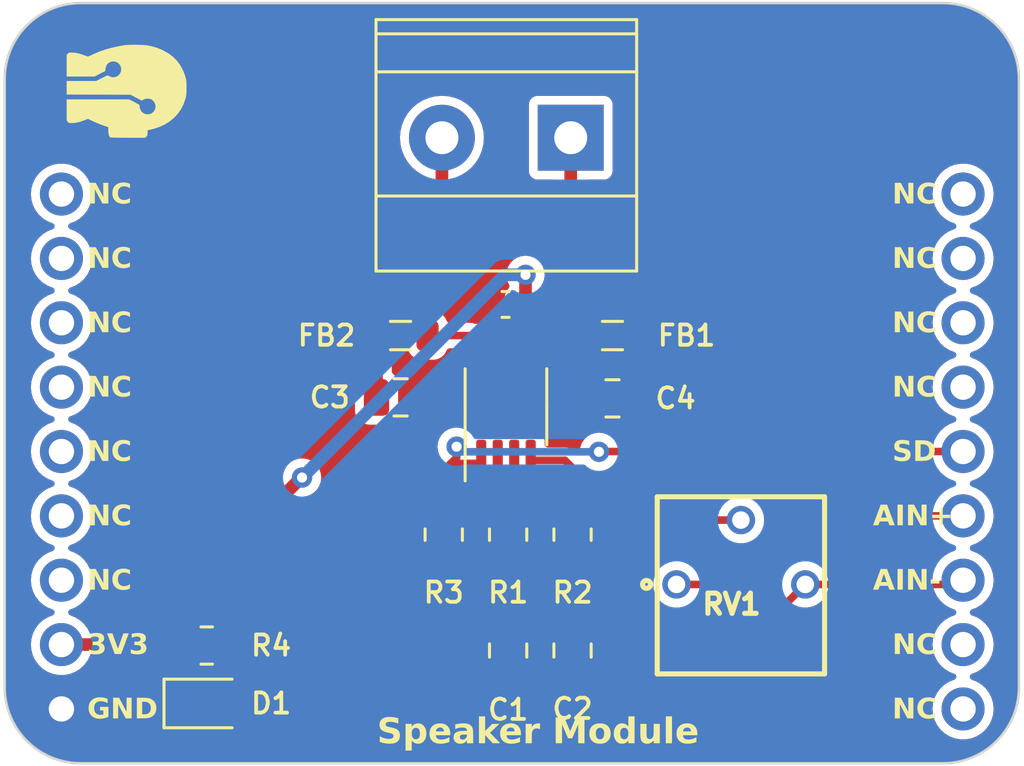
<source format=kicad_pcb>
(kicad_pcb (version 20221018) (generator pcbnew)
  (layers (0 "F.Cu" signal) (31 "B.Cu" signal) (34 "B.Paste" user) (35 "F.Paste" user) (36 "B.SilkS" user "B.Silkscreen") (37 "F.SilkS" user "F.Silkscreen") (38 "B.Mask" user) (39 "F.Mask" user) (44 "Edge.Cuts" user))
  (net 0 "")
  (net 1 "Net-(C1-Pad1)")
  (net 2 "Net-(C1-Pad2)")
  (net 3 "AIN-")
  (net 4 "Net-(C2-Pad2)")
  (net 5 "GND")
  (net 6 "Net-(J1-Pin_2)")
  (net 7 "Net-(J1-Pin_1)")
  (net 8 "+3V3")
  (net 9 "Net-(D1-A)")
  (net 10 "Net-(U3-OUT+)")
  (net 11 "Net-(U3-OUT-)")
  (net 12 "Net-(U3-IN+)")
  (net 13 "Net-(U3-IN-)")
  (net 14 "SD")
  (net 15 "AIN+")
  (footprint "Capacitor_SMD:C_0603_1608Metric" (layer "F.Cu") (at 68.3006 61.341)
    (fp_text reference "C5" hide)
    (fp_text value "10uF")
    (fp_line (start -0.14058 -0.51) (end 0.14058 -0.51) (stroke (width 0.12)) (layer "F.SilkS"))
    (fp_line (start -0.14058 0.51) (end 0.14058 0.51) (stroke (width 0.12)) (layer "F.SilkS"))
    (pad "1" smd roundrect (at -0.775 0) (size 0.9 0.95) (layers "F.Cu" "F.Paste" "F.Mask") (net 5 "GND"))
    (pad "2" smd roundrect (at 0.775 0) (size 0.9 0.95) (layers "F.Cu" "F.Paste" "F.Mask") (net 8 "+3V3"))
  )
  (footprint "Capacitor_SMD:C_0805_2012Metric" (layer "F.Cu") (at 64.1604 65.0088 180)
    (fp_text reference "C3" (at 2.794 0) (layer "F.SilkS") (effects (font (size 0.8 0.8) (thickness 0.15) bold)))
    (fp_text value "220pF" hide)
    (fp_line (start -0.261252 -0.735) (end 0.261252 -0.735) (stroke (width 0.12)) (layer "F.SilkS"))
    (fp_line (start -0.261252 0.735) (end 0.261252 0.735) (stroke (width 0.12)) (layer "F.SilkS"))
    (pad "1" smd roundrect (at -0.95 0 180) (size 1 1.45) (layers "F.Cu" "F.Paste" "F.Mask") (net 5 "GND"))
    (pad "2" smd roundrect (at 0.95 0 180) (size 1 1.45) (layers "F.Cu" "F.Paste" "F.Mask") (net 6 "Net-(J1-Pin_2)"))
  )
  (footprint "Capacitor_SMD:C_0805_2012Metric" (layer "F.Cu") (at 72.517 65.0494)
    (fp_text reference "C4" (at 2.4892 0) (layer "F.SilkS") (effects (font (size 0.8 0.8) (thickness 0.15) bold)))
    (fp_text value "220pF" hide)
    (fp_line (start -0.261252 -0.735) (end 0.261252 -0.735) (stroke (width 0.12)) (layer "F.SilkS"))
    (fp_line (start -0.261252 0.735) (end 0.261252 0.735) (stroke (width 0.12)) (layer "F.SilkS"))
    (pad "1" smd roundrect (at -0.95 0) (size 1 1.45) (layers "F.Cu" "F.Paste" "F.Mask") (net 5 "GND"))
    (pad "2" smd roundrect (at 0.95 0) (size 1 1.45) (layers "F.Cu" "F.Paste" "F.Mask") (net 7 "Net-(J1-Pin_1)"))
  )
  (footprint "Inductor_SMD:L_0805_2012Metric" (layer "F.Cu") (at 64.1604 62.5704 180)
    (fp_text reference "FB2" (at 2.921 0) (layer "F.SilkS") (effects (font (size 0.8 0.8) (thickness 0.15) bold)))
    (fp_text value "Ferrite" hide)
    (fp_line (start -0.399622 -0.56) (end 0.399622 -0.56) (stroke (width 0.12)) (layer "F.SilkS"))
    (fp_line (start -0.399622 0.56) (end 0.399622 0.56) (stroke (width 0.12)) (layer "F.SilkS"))
    (pad "1" smd roundrect (at -1.0625 0 180) (size 0.875 1.2) (layers "F.Cu" "F.Paste" "F.Mask") (net 11 "Net-(U3-OUT-)"))
    (pad "2" smd roundrect (at 1.0625 0 180) (size 0.875 1.2) (layers "F.Cu" "F.Paste" "F.Mask") (net 6 "Net-(J1-Pin_2)"))
  )
  (footprint "Capacitor_SMD:C_0805_2012Metric" (layer "F.Cu") (at 70.9422 74.99955 90)
    (fp_text reference "C2" (at -2.3012 0 180) (layer "F.SilkS") (effects (font (size 0.8 0.8) (thickness 0.15) bold)))
    (fp_text value "1uF")
    (fp_line (start -0.261252 -0.735) (end 0.261252 -0.735) (stroke (width 0.12)) (layer "F.SilkS"))
    (fp_line (start -0.261252 0.735) (end 0.261252 0.735) (stroke (width 0.12)) (layer "F.SilkS"))
    (pad "1" smd roundrect (at -0.95 0 90) (size 1 1.45) (layers "F.Cu" "F.Paste" "F.Mask") (net 3 "AIN-"))
    (pad "2" smd roundrect (at 0.95 0 90) (size 1 1.45) (layers "F.Cu" "F.Paste" "F.Mask") (net 4 "Net-(C2-Pad2)"))
  )
  (footprint "Resistor_SMD:R_0805_2012Metric" (layer "F.Cu") (at 70.9422 70.42755 90)
    (fp_text reference "R2" (at -2.286 0 180) (layer "F.SilkS") (effects (font (size 0.8 0.8) (thickness 0.15) bold)))
    (fp_text value "100r")
    (fp_line (start -0.227064 -0.735) (end 0.227064 -0.735) (stroke (width 0.12)) (layer "F.SilkS"))
    (fp_line (start -0.227064 0.735) (end 0.227064 0.735) (stroke (width 0.12)) (layer "F.SilkS"))
    (pad "1" smd roundrect (at -0.9125 0 90) (size 1.025 1.4) (layers "F.Cu" "F.Paste" "F.Mask") (roundrect_rratio 0.243902) (net 4 "Net-(C2-Pad2)"))
    (pad "2" smd roundrect (at 0.9125 0 90) (size 1.025 1.4) (layers "F.Cu" "F.Paste" "F.Mask") (roundrect_rratio 0.243902) (net 13 "Net-(U3-IN-)"))
  )
  (footprint "LED_SMD:LED_0805_2012Metric" (layer "F.Cu") (at 56.515 77.089)
    (fp_text reference "D1" (at 2.54 0) (layer "F.SilkS") (effects (font (size 0.8 0.8) (thickness 0.15) bold)))
    (fp_text value "LED" hide)
    (fp_line (start -1.685 -0.96) (end -1.685 0.96) (stroke (width 0.12)) (layer "F.SilkS"))
    (fp_line (start -1.685 0.96) (end 1 0.96) (stroke (width 0.12)) (layer "F.SilkS"))
    (fp_line (start 1 -0.96) (end -1.685 -0.96) (stroke (width 0.12)) (layer "F.SilkS"))
    (pad "1" smd roundrect (at -0.9375 0) (size 0.975 1.4) (layers "F.Cu" "F.Paste" "F.Mask") (net 5 "GND"))
    (pad "2" smd roundrect (at 0.9375 0) (size 0.975 1.4) (layers "F.Cu" "F.Paste" "F.Mask") (net 9 "Net-(D1-A)"))
  )
  (footprint "Capacitor_SMD:C_0805_2012Metric" (layer "F.Cu") (at 68.4022 74.99955 90)
    (fp_text reference "C1" (at -2.3368 0 180) (layer "F.SilkS") (effects (font (size 0.8 0.8) (thickness 0.15) bold)))
    (fp_text value "1uF")
    (fp_line (start -0.261252 -0.735) (end 0.261252 -0.735) (stroke (width 0.12)) (layer "F.SilkS"))
    (fp_line (start -0.261252 0.735) (end 0.261252 0.735) (stroke (width 0.12)) (layer "F.SilkS"))
    (pad "1" smd roundrect (at -0.95 0 90) (size 1 1.45) (layers "F.Cu" "F.Paste" "F.Mask") (net 1 "Net-(C1-Pad1)"))
    (pad "2" smd roundrect (at 0.95 0 90) (size 1 1.45) (layers "F.Cu" "F.Paste" "F.Mask") (net 2 "Net-(C1-Pad2)"))
  )
  (footprint "Inductor_SMD:L_0805_2012Metric" (layer "F.Cu") (at 72.517 62.5704)
    (fp_text reference "FB1" (at 2.921 0) (layer "F.SilkS") (effects (font (size 0.8 0.8) (thickness 0.15) bold)))
    (fp_text value "Ferrite" hide)
    (fp_line (start -0.399622 -0.56) (end 0.399622 -0.56) (stroke (width 0.12)) (layer "F.SilkS"))
    (fp_line (start -0.399622 0.56) (end 0.399622 0.56) (stroke (width 0.12)) (layer "F.SilkS"))
    (pad "1" smd roundrect (at -1.0625 0) (size 0.875 1.2) (layers "F.Cu" "F.Paste" "F.Mask") (net 10 "Net-(U3-OUT+)"))
    (pad "2" smd roundrect (at 1.0625 0) (size 0.875 1.2) (layers "F.Cu" "F.Paste" "F.Mask") (net 7 "Net-(J1-Pin_1)"))
  )
  (footprint "Resistor_SMD:R_0805_2012Metric" (layer "F.Cu") (at 65.8622 70.42755 -90)
    (fp_text reference "R3" (at 2.286 0 -180) (layer "F.SilkS") (effects (font (size 0.8 0.8) (thickness 0.15) bold)))
    (fp_text value "10k" hide)
    (fp_line (start -0.227064 -0.735) (end 0.227064 -0.735) (stroke (width 0.12)) (layer "F.SilkS"))
    (fp_line (start -0.227064 0.735) (end 0.227064 0.735) (stroke (width 0.12)) (layer "F.SilkS"))
    (pad "1" smd roundrect (at -0.9125 0 270) (size 1.025 1.4) (layers "F.Cu" "F.Paste" "F.Mask") (roundrect_rratio 0.243902) (net 14 "SD"))
    (pad "2" smd roundrect (at 0.9125 0 270) (size 1.025 1.4) (layers "F.Cu" "F.Paste" "F.Mask") (roundrect_rratio 0.243902) (net 8 "+3V3"))
  )
  (footprint "Resistor_SMD:R_0805_2012Metric" (layer "F.Cu") (at 56.515 74.803)
    (fp_text reference "R4" (at 2.54 0) (layer "F.SilkS") (effects (font (size 0.8 0.8) (thickness 0.15) bold)))
    (fp_text value "R" hide)
    (fp_line (start -0.227064 -0.735) (end 0.227064 -0.735) (stroke (width 0.12)) (layer "F.SilkS"))
    (fp_line (start -0.227064 0.735) (end 0.227064 0.735) (stroke (width 0.12)) (layer "F.SilkS"))
    (pad "1" smd roundrect (at -0.9125 0) (size 1.025 1.4) (layers "F.Cu" "F.Paste" "F.Mask") (roundrect_rratio 0.243902) (net 8 "+3V3"))
    (pad "2" smd roundrect (at 0.9125 0) (size 1.025 1.4) (layers "F.Cu" "F.Paste" "F.Mask") (roundrect_rratio 0.243902) (net 9 "Net-(D1-A)"))
  )
  (footprint "Resistor_SMD:R_0805_2012Metric" (layer "F.Cu") (at 68.4022 70.42755 90)
    (fp_text reference "R1" (at -2.286 0 180) (layer "F.SilkS") (effects (font (size 0.8 0.8) (thickness 0.15) bold)))
    (fp_text value "100r" hide)
    (fp_line (start -0.227064 -0.735) (end 0.227064 -0.735) (stroke (width 0.12)) (layer "F.SilkS"))
    (fp_line (start -0.227064 0.735) (end 0.227064 0.735) (stroke (width 0.12)) (layer "F.SilkS"))
    (pad "1" smd roundrect (at -0.9125 0 90) (size 1.025 1.4) (layers "F.Cu" "F.Paste" "F.Mask") (roundrect_rratio 0.243902) (net 2 "Net-(C1-Pad2)"))
    (pad "2" smd roundrect (at 0.9125 0 90) (size 1.025 1.4) (layers "F.Cu" "F.Paste" "F.Mask") (roundrect_rratio 0.243902) (net 12 "Net-(U3-IN+)"))
  )
  (footprint "TerminalBlock_Phoenix:TerminalBlock_Phoenix_MKDS-1,5-2-5.08_1x02_P5.08mm_Horizontal" (layer "F.Cu") (at 70.871 54.7622 180)
    (fp_text reference "J1" hide)
    (fp_text value "Screw_Terminal_01x02" hide)
    (fp_line (start -2.6 -5.261) (end -2.6 4.66) (stroke (width 0.12)) (layer "F.SilkS"))
    (fp_line (start -2.6 -5.261) (end 7.68 -5.261) (stroke (width 0.12)) (layer "F.SilkS"))
    (fp_line (start -2.6 -2.301) (end 7.68 -2.301) (stroke (width 0.12)) (layer "F.SilkS"))
    (fp_line (start -2.6 2.6) (end 7.68 2.6) (stroke (width 0.12)) (layer "F.SilkS"))
    (fp_line (start -2.6 4.1) (end 7.68 4.1) (stroke (width 0.12)) (layer "F.SilkS"))
    (fp_line (start -2.6 4.66) (end 7.68 4.66) (stroke (width 0.12)) (layer "F.SilkS"))
    (fp_line (start 7.68 -5.261) (end 7.68 4.66) (stroke (width 0.12)) (layer "F.SilkS"))
    (pad "1" thru_hole rect (at 0 0 180) (size 2.6 2.6) (drill 1.3) (layers "*.Cu" "*.Mask") (net 7 "Net-(J1-Pin_1)"))
    (pad "2" thru_hole circle (at 5.08 0 180) (size 2.6 2.6) (drill 1.3) (layers "*.Cu" "*.Mask") (net 6 "Net-(J1-Pin_2)"))
  )
  (footprint "Moduler_:pin_header" (layer "F.Cu") (at 68.310377 67.65352)
    (fp_text reference "U2" hide)
    (fp_text value "~" hide)
    (fp_text user "NC" (at -16.51 2.54 unlocked) (layer "F.SilkS") (effects (font (size 0.8 0.8) (thickness 0.2) bold) (justify left bottom)))
    (fp_text user "AIN-" (at 14.478 5.08 unlocked) (layer "F.SilkS") (effects (font (size 0.8 0.8) (thickness 0.2) bold) (justify left bottom)))
    (fp_text user "NC" (at 15.24 -7.62 unlocked) (layer "F.SilkS") (effects (font (size 0.8 0.8) (thickness 0.2) bold) (justify left bottom)))
    (fp_text user "NC" (at 15.24 -2.54 unlocked) (layer "F.SilkS") (effects (font (size 0.8 0.8) (thickness 0.2) bold) (justify left bottom)))
    (fp_text user "NC" (at -16.51 -2.54 unlocked) (layer "F.SilkS") (effects (font (size 0.8 0.8) (thickness 0.2) bold) (justify left bottom)))
    (fp_text user "NC" (at 15.24 7.62 unlocked) (layer "F.SilkS") (effects (font (size 0.8 0.8) (thickness 0.2) bold) (justify left bottom)))
    (fp_text user "NC" (at -16.51 -10.16 unlocked) (layer "F.SilkS") (effects (font (size 0.8 0.8) (thickness 0.2) bold) (justify left bottom)))
    (fp_text user "NC" (at 15.24 -5.08 unlocked) (layer "F.SilkS") (effects (font (size 0.8 0.8) (thickness 0.2) bold) (justify left bottom)))
    (fp_text user "NC" (at 15.24 -10.16 unlocked) (layer "F.SilkS") (effects (font (size 0.8 0.8) (thickness 0.2) bold) (justify left bottom)))
    (fp_text user "3V3" (at -16.51 7.62 unlocked) (layer "F.SilkS") (effects (font (size 0.8 0.8) (thickness 0.2) bold) (justify left bottom)))
    (fp_text user "NC" (at -16.51 0 unlocked) (layer "F.SilkS") (effects (font (size 0.8 0.8) (thickness 0.2) bold) (justify left bottom)))
    (fp_text user "AIN+" (at 14.478 2.54 unlocked) (layer "F.SilkS") (effects (font (size 0.8 0.8) (thickness 0.2) bold) (justify left bottom)))
    (fp_text user "NC" (at -16.51 -7.62 unlocked) (layer "F.SilkS") (effects (font (size 0.8 0.8) (thickness 0.2) bold) (justify left bottom)))
    (fp_text user "GND" (at -16.51 10.16 unlocked) (layer "F.SilkS") (effects (font (size 0.8 0.8) (thickness 0.2) bold) (justify left bottom)))
    (fp_text user "Speaker Module" (at -5.08 11.176 unlocked) (layer "F.SilkS") (effects (font (thickness 0.2) bold) (justify left bottom)))
    (fp_text user "NC" (at -16.51 -5.08 unlocked) (layer "F.SilkS") (effects (font (size 0.8 0.8) (thickness 0.2) bold) (justify left bottom)))
    (fp_text user "NC" (at -16.51 5.08 unlocked) (layer "F.SilkS") (effects (font (size 0.8 0.8) (thickness 0.2) bold) (justify left bottom)))
    (fp_text user "NC" (at 15.24 10.16 unlocked) (layer "F.SilkS") (effects (font (size 0.8 0.8) (thickness 0.2) bold) (justify left bottom)))
    (fp_text user "SD" (at 15.24 0 unlocked) (layer "F.SilkS") (effects (font (size 0.8 0.8) (thickness 0.2) bold) (justify left bottom)))
    (fp_poly (pts (xy -14.485582 -16.559009) (xy -14.360573 -16.554745) (xy -14.248636 -16.54798) (xy -14.157002 -16.538775) (xy -14.117924 -16.532703) (xy -13.929469 -16.491549) (xy -13.759531 -16.440533) (xy -13.595569 -16.375574) (xy -13.505604 -16.333511) (xy -13.302009 -16.218091) (xy -13.123321 -16.083397) (xy -12.969118 -15.928915) (xy -12.838978 -15.754131) (xy -12.73248 -15.558531) (xy -12.6492 -15.3416) (xy -12.625721 -15.261504) (xy -12.612959 -15.20932) (xy -12.603846 -15.156964) (xy -12.597806 -15.097579) (xy -12.594264 -15.024306) (xy -12.592645 -14.930288) (xy -12.59236 -14.863654) (xy -12.592671 -14.758539) (xy -12.594379 -14.67766) (xy -12.598173 -14.613669) (xy -12.604739 -14.559219) (xy -12.614766 -14.506962) (xy -12.628942 -14.449549) (xy -12.632287 -14.43698) (xy -12.705714 -14.221543) (xy -12.805363 -14.022972) (xy -12.930147 -13.842253) (xy -13.078978 -13.68037) (xy -13.250768 -13.538308) (xy -13.444431 -13.417053) (xy -13.658878 -13.317589) (xy -13.893022 -13.240901) (xy -13.975535 -13.220506) (xy -14.129547 -13.185381) (xy -14.129547 -13.083439) (xy -14.131087 -13.025365) (xy -14.138019 -12.987709) (xy -14.153807 -12.959356) (xy -14.17572 -12.935324) (xy -14.221893 -12.889151) (xy -14.898388 -12.889632) (xy -15.093554 -12.890179) (xy -15.257188 -12.891522) (xy -15.389336 -12.893662) (xy -15.490047 -12.896601) (xy -15.559371 -12.900339) (xy -15.597354 -12.904877) (xy -15.604006 -12.907041) (xy -15.639705 -12.944721) (xy -15.663541 -13.009816) (xy -15.675744 -13.103144) (xy -15.677582 -13.169023) (xy -15.677607 -13.307746) (xy -15.877323 -13.375342) (xy -15.973613 -13.410249) (xy -16.083694 -13.453796) (xy -16.193274 -13.500154) (xy -16.27912 -13.539209) (xy -16.481202 -13.63548) (xy -16.625058 -13.577237) (xy -16.814264 -13.51298) (xy -16.995657 -13.477073) (xy -17.112214 -13.468483) (xy -17.172568 -13.467793) (xy -17.210949 -13.471228) (xy -17.236949 -13.481681) (xy -17.260163 -13.502045) (xy -17.274123 -13.517292) (xy -17.320343 -13.568879) (xy -17.320343 -13.987224) (xy -17.320343 -14.405569) (xy -16.086926 -14.405569) (xy -14.85351 -14.405569) (xy -14.643801 -14.294889) (xy -14.56284 -14.251731) (xy -14.506066 -14.219928) (xy -14.469493 -14.196546) (xy -14.449134 -14.178651) (xy -14.441003 -14.163308) (xy -14.441111 -14.147581) (xy -14.441413 -14.14592) (xy -14.43976 -14.092795) (xy -14.421236 -14.027967) (xy -14.3904 -13.962942) (xy -14.35181 -13.909228) (xy -14.344762 -13.902005) (xy -14.296227 -13.865834) (xy -14.236644 -13.835404) (xy -14.214799 -13.827587) (xy -14.121045 -13.813694) (xy -14.033382 -13.827179) (xy -13.955509 -13.863953) (xy -13.891126 -13.919926) (xy -13.843932 -13.991011) (xy -13.817627 -14.073118) (xy -13.815911 -14.162158) (xy -13.838074 -14.243952) (xy -13.888707 -14.328311) (xy -13.95777 -14.389514) (xy -14.040589 -14.425955) (xy -14.132494 -14.436027) (xy -14.228811 -14.418125) (xy -14.281052 -14.396241) (xy -14.36193 -14.355321) (xy -14.581404 -14.471272) (xy -14.800878 -14.587224) (xy -16.06061 -14.591538) (xy -17.320343 -14.595853) (xy -17.320343 -14.86402) (xy -17.320343 -15.132186) (xy -16.736108 -15.132186) (xy -16.151873 -15.132186) (xy -15.92364 -15.25081) (xy -15.825628 -15.300328) (xy -15.752835 -15.333929) (xy -15.705794 -15.351385) (xy -15.685044 -15.352471) (xy -15.684533 -15.351839) (xy -15.664369 -15.334981) (xy -15.626413 -15.313259) (xy -15.608475 -15.304645) (xy -15.517344 -15.278515) (xy -15.42868 -15.280387) (xy -15.34665 -15.306716) (xy -15.27542 -15.353956) (xy -15.219157 -15.418565) (xy -15.182028 -15.496995) (xy -15.1682 -15.585704) (xy -15.178799 -15.670169) (xy -15.216089 -15.756834) (xy -15.2752 -15.826154) (xy -15.350432 -15.875231) (xy -15.436087 -15.901168) (xy -15.526465 -15.901066) (xy -15.594919 -15.881743) (xy -15.679764 -15.831605) (xy -15.7402 -15.761879) (xy -15.776844 -15.671686) (xy -15.787538 -15.6087) (xy -15.796027 -15.524455) (xy -16.008245 -15.415199) (xy -16.220463 -15.305942) (xy -16.770403 -15.305942) (xy -17.320343 -15.305942) (xy -17.320343 -15.73365) (xy -17.320343 -16.161358) (xy -17.27417 -16.207531) (xy -17.247441 -16.231634) (xy -17.221044 -16.24546) (xy -17.185152 -16.251797) (xy -17.129936 -16.253429) (xy -17.112261 -16.253429) (xy -16.965134 -16.242789) (xy -16.813828 -16.210492) (xy -16.650907 -16.15493) (xy -16.643254 -16.151886) (xy -16.580147 -16.127507) (xy -16.526736 -16.108472) (xy -16.490695 -16.097439) (xy -16.481152 -16.095743) (xy -16.459332 -16.102404) (xy -16.415439 -16.120594) (xy -16.35561 -16.147624) (xy -16.285983 -16.180807) (xy -16.277762 -16.184828) (xy -16.053998 -16.282606) (xy -15.80365 -16.369931) (xy -15.530295 -16.445763) (xy -15.237504 -16.509065) (xy -15.053614 -16.540657) (xy -14.971712 -16.549822) (xy -14.866727 -16.556178) (xy -14.74589 -16.559787) (xy -14.616431 -16.56071)) (fill solid) (layer "F.SilkS"))
    (fp_poly (pts (xy -19.759475 -15.361112) (xy -19.747896 -15.5134) (xy -19.728827 -15.663474) (xy -19.702457 -15.811146) (xy -19.668975 -15.956226) (xy -19.628568 -16.098527) (xy -19.581426 -16.23786) (xy -19.527736 -16.374037) (xy -19.467687 -16.506869) (xy -19.401468 -16.636168) (xy -19.329267 -16.761745) (xy -19.251272 -16.883413) (xy -19.167671 -17.000982) (xy -19.078654 -17.114264) (xy -18.984408 -17.223072) (xy -18.885122 -17.327215) (xy -18.780984 -17.426507) (xy -18.672182 -17.520758) (xy -18.558906 -17.609781) (xy -18.441343 -17.693386) (xy -18.319683 -17.771386) (xy -18.194112 -17.843591) (xy -18.06482 -17.909814) (xy -17.931995 -17.969866) (xy -17.795826 -18.023559) (xy -17.6565 -18.070704) (xy -17.514207 -18.111113) (xy -17.369134 -18.144597) (xy -17.221471 -18.170968) (xy -17.071405 -18.190038) (xy -16.919125 -18.201619) (xy -16.764819 -18.20552) (xy 17.238832 -18.20552) (xy 17.393137 -18.201619) (xy 17.545417 -18.190038) (xy 17.695483 -18.170968) (xy 17.843146 -18.144597) (xy 17.988219 -18.111113) (xy 18.130512 -18.070704) (xy 18.269837 -18.023559) (xy 18.406006 -17.969866) (xy 18.538831 -17.909814) (xy 18.668123 -17.843591) (xy 18.793694 -17.771386) (xy 18.915355 -17.693386) (xy 19.032917 -17.609781) (xy 19.146194 -17.520758) (xy 19.254995 -17.426507) (xy 19.359133 -17.327215) (xy 19.458419 -17.223072) (xy 19.552665 -17.114264) (xy 19.641683 -17.000982) (xy 19.725284 -16.883413) (xy 19.803279 -16.761745) (xy 19.87548 -16.636168) (xy 19.9417 -16.506869) (xy 20.001748 -16.374037) (xy 20.055438 -16.23786) (xy 20.102581 -16.098527) (xy 20.142987 -15.956226) (xy 20.17647 -15.811146) (xy 20.20284 -15.663474) (xy 20.221909 -15.5134) (xy 20.233488 -15.361112) (xy 20.23739 -15.206798) (xy 20.23739 8.797094) (xy 20.233488 8.951408) (xy 20.221909 9.103696) (xy 20.20284 9.25377) (xy 20.17647 9.401441) (xy 20.142987 9.546522) (xy 20.102581 9.688822) (xy 20.055438 9.828155) (xy 20.001748 9.964332) (xy 19.9417 10.097164) (xy 19.87548 10.226463) (xy 19.803279 10.352041) (xy 19.725284 10.473708) (xy 19.641683 10.591278) (xy 19.552665 10.70456) (xy 19.458419 10.813367) (xy 19.359133 10.917511) (xy 19.254995 11.016803) (xy 19.146194 11.111054) (xy 19.032917 11.200077) (xy 18.915355 11.283682) (xy 18.793694 11.361681) (xy 18.668123 11.433887) (xy 18.538831 11.50011) (xy 18.406006 11.560162) (xy 18.269837 11.613855) (xy 18.130512 11.661) (xy 17.988219 11.701409) (xy 17.843146 11.734893) (xy 17.695483 11.761265) (xy 17.545417 11.780334) (xy 17.393137 11.791915) (xy 17.238832 11.795817) (xy -16.764819 11.795817) (xy -16.919125 11.791915) (xy -17.071405 11.780334) (xy -17.221471 11.761265) (xy -17.369134 11.734893) (xy -17.514207 11.701409) (xy -17.6565 11.661) (xy -17.795826 11.613855) (xy -17.931995 11.560162) (xy -18.06482 11.50011) (xy -18.194112 11.433887) (xy -18.319683 11.361681) (xy -18.441343 11.283682) (xy -18.558906 11.200077) (xy -18.672182 11.111054) (xy -18.780984 11.016803) (xy -18.885122 10.917511) (xy -18.984408 10.813367) (xy -19.078654 10.70456) (xy -19.167671 10.591278) (xy -19.251272 10.473708) (xy -19.329267 10.352041) (xy -19.401468 10.226463) (xy -19.467687 10.097164) (xy -19.527736 9.964332) (xy -19.581426 9.828155) (xy -19.628568 9.688822) (xy -19.668975 9.546522) (xy -19.702457 9.401441) (xy -19.728827 9.25377) (xy -19.747896 9.103696) (xy -19.759475 8.951408) (xy -19.763377 8.797094) (xy -19.763377 -15.206798)) (stroke (width 0.1)) (fill none) (layer "Edge.Cuts"))
    (pad "1" thru_hole oval (at -17.526 -10.668) (size 1.7 1.7) (drill 1) (layers "*.Cu" "*.Mask"))
    (pad "2" thru_hole oval (at -17.526 -8.128) (size 1.7 1.7) (drill 1) (layers "*.Cu" "*.Mask"))
    (pad "3" thru_hole oval (at -17.526 -5.588) (size 1.7 1.7) (drill 1) (layers "*.Cu" "*.Mask"))
    (pad "4" thru_hole oval (at -17.526 -3.048) (size 1.7 1.7) (drill 1) (layers "*.Cu" "*.Mask"))
    (pad "5" thru_hole oval (at -17.526 -0.508) (size 1.7 1.7) (drill 1) (layers "*.Cu" "*.Mask"))
    (pad "6" thru_hole oval (at -17.526 2.032) (size 1.7 1.7) (drill 1) (layers "*.Cu" "*.Mask"))
    (pad "7" thru_hole oval (at -17.526 4.572) (size 1.7 1.7) (drill 1) (layers "*.Cu" "*.Mask"))
    (pad "8" thru_hole oval (at -17.526 7.112) (size 1.7 1.7) (drill 1) (layers "*.Cu" "*.Mask") (net 8 "+3V3"))
    (pad "9" thru_hole oval (at -17.526 9.652) (size 1.7 1.7) (drill 1) (layers "*.Cu" "*.Mask") (net 5 "GND"))
    (pad "10" thru_hole oval (at 18.034 9.652) (size 1.7 1.7) (drill 1) (layers "*.Cu" "*.Mask"))
    (pad "11" thru_hole oval (at 18.034 7.112) (size 1.7 1.7) (drill 1) (layers "*.Cu" "*.Mask"))
    (pad "12" thru_hole oval (at 18.034 4.572) (size 1.7 1.7) (drill 1) (layers "*.Cu" "*.Mask") (net 3 "AIN-"))
    (pad "13" thru_hole oval (at 18.034 2.032) (size 1.7 1.7) (drill 1) (layers "*.Cu" "*.Mask") (net 15 "AIN+"))
    (pad "14" thru_hole oval (at 18.034 -0.508) (size 1.7 1.7) (drill 1) (layers "*.Cu" "*.Mask") (net 14 "SD"))
    (pad "15" thru_hole oval (at 18.034 -3.048) (size 1.7 1.7) (drill 1) (layers "*.Cu" "*.Mask"))
    (pad "16" thru_hole oval (at 18.034 -5.588) (size 1.7 1.7) (drill 1) (layers "*.Cu" "*.Mask"))
    (pad "17" thru_hole oval (at 18.034 -8.128) (size 1.7 1.7) (drill 1) (layers "*.Cu" "*.Mask"))
    (pad "18" thru_hole oval (at 18.034 -10.668) (size 1.7 1.7) (drill 1) (layers "*.Cu" "*.Mask"))
  )
  (footprint "Package_SO:MSOP-8_3x3mm_P0.65mm" (layer "F.Cu") (at 68.3162 65.3796 90)
    (fp_text reference "U3" hide)
    (fp_text value "PAM8302AAS")
    (fp_line (start 0 -1.61) (end -2.925 -1.61) (stroke (width 0.12)) (layer "F.SilkS"))
    (fp_line (start 0 -1.61) (end 1.5 -1.61) (stroke (width 0.12)) (layer "F.SilkS"))
    (fp_line (start 0 1.61) (end -1.5 1.61) (stroke (width 0.12)) (layer "F.SilkS"))
    (fp_line (start 0 1.61) (end 1.5 1.61) (stroke (width 0.12)) (layer "F.SilkS"))
    (pad "1" smd roundrect (at -2.1125 -0.975 90) (size 1.625 0.4) (layers "F.Cu" "F.Paste" "F.Mask") (net 14 "SD"))
    (pad "2" smd roundrect (at -2.1125 -0.325 90) (size 1.625 0.4) (layers "F.Cu" "F.Paste" "F.Mask"))
    (pad "3" smd roundrect (at -2.1125 0.325 90) (size 1.625 0.4) (layers "F.Cu" "F.Paste" "F.Mask") (net 12 "Net-(U3-IN+)"))
    (pad "4" smd roundrect (at -2.1125 0.975 90) (size 1.625 0.4) (layers "F.Cu" "F.Paste" "F.Mask") (net 13 "Net-(U3-IN-)"))
    (pad "5" smd roundrect (at 2.1125 0.975 90) (size 1.625 0.4) (layers "F.Cu" "F.Paste" "F.Mask") (net 10 "Net-(U3-OUT+)"))
    (pad "6" smd roundrect (at 2.1125 0.325 90) (size 1.625 0.4) (layers "F.Cu" "F.Paste" "F.Mask") (net 8 "+3V3"))
    (pad "7" smd roundrect (at 2.1125 -0.325 90) (size 1.625 0.4) (layers "F.Cu" "F.Paste" "F.Mask") (net 5 "GND"))
    (pad "8" smd roundrect (at 2.1125 -0.975 90) (size 1.625 0.4) (layers "F.Cu" "F.Paste" "F.Mask") (net 11 "Net-(U3-OUT-)"))
  )
  (footprint "memin:3362P_1" (layer "F.Cu") (at 77.5825 75.9218)
    (fp_text reference "RV1" (at -0.36821 -2.74963) (layer "F.SilkS") (effects (font (size 0.8 0.8) (thickness 0.2) bold)))
    (fp_text value "R_Potentiometer" hide)
    (fp_line (start -3.3 -6.99) (end -3.3 0) (stroke (width 0.2)) (layer "F.SilkS"))
    (fp_line (start -3.3 0) (end 3.3 0) (stroke (width 0.2)) (layer "F.SilkS"))
    (fp_line (start 3.3 -6.99) (end -3.3 -6.99) (stroke (width 0.2)) (layer "F.SilkS"))
    (fp_line (start 3.3 0) (end 3.3 -6.99) (stroke (width 0.2)) (layer "F.SilkS"))
    (fp_circle (center -3.722 -3.532) (end -3.722 -3.475) (stroke (width 0.2)) (fill none) (layer "F.SilkS"))
    (pad "1" thru_hole circle (at -2.54 -3.53) (size 1.12 1.12) (drill 0.69) (layers "*.Cu" "*.Mask") (net 15 "AIN+"))
    (pad "2" thru_hole circle (at 0 -6.07) (size 1.12 1.12) (drill 0.69) (layers "*.Cu" "*.Mask") (net 1 "Net-(C1-Pad1)"))
    (pad "3" thru_hole circle (at 2.54 -3.53) (size 1.12 1.12) (drill 0.69) (layers "*.Cu" "*.Mask") (net 3 "AIN-"))
  )
  (segment (start 73.3044 74.31375) (end 73.3044 70.5104) (width 0.3) (layer "F.Cu") (net 1))
  (segment (start 73.963 69.8518) (end 77.5825 69.8518) (width 0.3) (layer "F.Cu") (net 1))
  (segment (start 73.3044 70.5104) (end 73.963 69.8518) (width 0.3) (layer "F.Cu") (net 1))
  (segment (start 68.4022 75.94955) (end 68.4022 75.55835) (width 0.3) (layer "F.Cu") (net 1))
  (segment (start 68.4022 75.55835) (end 68.961 74.99955) (width 0.3) (layer "F.Cu") (net 1))
  (segment (start 68.961 74.99955) (end 72.6186 74.99955) (width 0.3) (layer "F.Cu") (net 1))
  (segment (start 72.6186 74.99955) (end 73.3044 74.31375) (width 0.3) (layer "F.Cu") (net 1))
  (segment (start 68.4022 71.34005) (end 68.4022 74.04955) (width 0.3) (layer "F.Cu") (net 2))
  (segment (start 80.1225 72.3918) (end 86.178097 72.3918) (width 0.3) (layer "F.Cu") (net 3))
  (segment (start 70.9422 75.94955) (end 76.56475 75.94955) (width 0.3) (layer "F.Cu") (net 3))
  (segment (start 76.56475 75.94955) (end 80.1225 72.3918) (width 0.3) (layer "F.Cu") (net 3))
  (segment (start 86.178097 72.3918) (end 86.344377 72.22552) (width 0.3) (layer "F.Cu") (net 3))
  (segment (start 70.9422 71.34005) (end 70.9422 74.04955) (width 0.3) (layer "F.Cu") (net 4))
  (segment (start 67.9912 62.073) (end 67.9912 63.2671) (width 0.25) (layer "F.Cu") (net 5))
  (segment (start 67.5256 61.341) (end 67.5256 61.6074) (width 0.25) (layer "F.Cu") (net 5))
  (segment (start 67.5256 61.6074) (end 67.9912 62.073) (width 0.25) (layer "F.Cu") (net 5))
  (segment (start 63.2104 65.0088) (end 63.2104 61.0972) (width 0.5) (layer "F.Cu") (net 6))
  (segment (start 63.2104 61.0972) (end 65.791 58.5166) (width 0.5) (layer "F.Cu") (net 6))
  (segment (start 65.791 58.5166) (end 65.791 54.7622) (width 0.5) (layer "F.Cu") (net 6))
  (segment (start 73.4416 65.0088) (end 73.4416 63.8454) (width 0.5) (layer "F.Cu") (net 7))
  (segment (start 70.871 58.3742) (end 70.871 54.7622) (width 0.5) (layer "F.Cu") (net 7))
  (segment (start 73.5795 62.5704) (end 73.5795 61.0827) (width 0.5) (layer "F.Cu") (net 7))
  (segment (start 73.5838 63.7032) (end 73.5838 62.5747) (width 0.5) (layer "F.Cu") (net 7))
  (segment (start 73.5795 61.0827) (end 70.871 58.3742) (width 0.5) (layer "F.Cu") (net 7))
  (segment (start 73.4416 63.8454) (end 73.5838 63.7032) (width 0.5) (layer "F.Cu") (net 7))
  (segment (start 73.5838 62.5747) (end 73.5795 62.5704) (width 0.5) (layer "F.Cu") (net 7))
  (segment (start 50.784377 74.76552) (end 55.56502 74.76552) (width 0.5) (layer "F.Cu") (net 8))
  (segment (start 57.9139 70.5085) (end 60.2488 68.1736) (width 0.5) (layer "F.Cu") (net 8))
  (segment (start 69.088 61.6582) (end 69.101 61.6712) (width 0.5) (layer "F.Cu") (net 8))
  (segment (start 55.6025 72.8199) (end 57.9139 70.5085) (width 0.5) (layer "F.Cu") (net 8))
  (segment (start 60.2488 68.1736) (end 60.2742 68.1736) (width 0.5) (layer "F.Cu") (net 8))
  (segment (start 69.088 61.6712) (end 69.101 61.6712) (width 0.3) (layer "F.Cu") (net 8))
  (segment (start 68.651 63.5756) (end 68.651 62.1082) (width 0.3) (layer "F.Cu") (net 8))
  (segment (start 57.52245 71.34005) (end 65.8622 71.34005) (width 0.5) (layer "F.Cu") (net 8))
  (segment (start 57.3024 71.12) (end 57.52245 71.34005) (width 0.5) (layer "F.Cu") (net 8))
  (segment (start 55.6025 74.803) (end 55.6025 72.8199) (width 0.5) (layer "F.Cu") (net 8))
  (segment (start 69.088 60.1726) (end 69.088 61.6582) (width 0.5) (layer "F.Cu") (net 8))
  (segment (start 55.56502 74.76552) (end 55.6025 74.803) (width 0.5) (layer "F.Cu") (net 8))
  (segment (start 68.651 62.1082) (end 69.088 61.6712) (width 0.3) (layer "F.Cu") (net 8))
  (via (at 69.088 60.1726) (size 0.8) (drill 0.4) (layers "F.Cu" "B.Cu") (net 8))
  (via (at 60.2742 68.1736) (size 0.8) (drill 0.4) (layers "F.Cu" "B.Cu") (net 8))
  (segment (start 60.2742 68.1736) (end 68.2752 60.1726) (width 0.5) (layer "B.Cu") (net 8))
  (segment (start 68.2752 60.1726) (end 69.088 60.1726) (width 0.5) (layer "B.Cu") (net 8))
  (segment (start 57.4275 77.064) (end 57.4525 77.089) (width 0.5) (layer "F.Cu") (net 9))
  (segment (start 57.4275 74.803) (end 57.4275 77.064) (width 0.5) (layer "F.Cu") (net 9))
  (segment (start 69.301 63.0838) (end 69.8144 62.5704) (width 0.3) (layer "F.Cu") (net 10))
  (segment (start 69.301 63.5756) (end 69.301 63.0838) (width 0.3) (layer "F.Cu") (net 10))
  (segment (start 69.8144 62.5704) (end 71.4545 62.5704) (width 0.3) (layer "F.Cu") (net 10))
  (segment (start 67.351 63.033) (end 66.8884 62.5704) (width 0.3) (layer "F.Cu") (net 11))
  (segment (start 67.351 63.5756) (end 67.351 63.033) (width 0.3) (layer "F.Cu") (net 11))
  (segment (start 66.8884 62.5704) (end 65.2229 62.5704) (width 0.3) (layer "F.Cu") (net 11))
  (segment (start 68.6412 69.27605) (end 68.4022 69.51505) (width 0.3) (layer "F.Cu") (net 12))
  (segment (start 68.6412 67.4921) (end 68.6412 69.27605) (width 0.3) (layer "F.Cu") (net 12))
  (segment (start 70.9422 67.7926) (end 70.9422 69.51505) (width 0.3) (layer "F.Cu") (net 13))
  (segment (start 69.2912 67.4921) (end 70.6417 67.4921) (width 0.3) (layer "F.Cu") (net 13))
  (segment (start 70.6417 67.4921) (end 70.9422 67.7926) (width 0.3) (layer "F.Cu") (net 13))
  (segment (start 71.99568 67.14552) (end 71.9836 67.1576) (width 0.3) (layer "F.Cu") (net 14))
  (segment (start 65.8622 67.8942) (end 65.8622 69.51505) (width 0.3) (layer "F.Cu") (net 14))
  (segment (start 66.3702 66.9544) (end 66.3702 67.3862) (width 0.3) (layer "F.Cu") (net 14))
  (segment (start 66.3702 67.3862) (end 66.1416 67.6148) (width 0.3) (layer "F.Cu") (net 14))
  (segment (start 86.344377 67.14552) (end 71.99568 67.14552) (width 0.3) (layer "F.Cu") (net 14))
  (segment (start 66.1416 67.6148) (end 65.8622 67.8942) (width 0.3) (layer "F.Cu") (net 14))
  (segment (start 67.2185 67.6148) (end 66.1416 67.6148) (width 0.3) (layer "F.Cu") (net 14))
  (segment (start 67.3412 67.4921) (end 67.2185 67.6148) (width 0.3) (layer "F.Cu") (net 14))
  (via (at 71.9836 67.1576) (size 0.8) (drill 0.4) (layers "F.Cu" "B.Cu") (net 14))
  (via (at 66.3702 66.9544) (size 0.8) (drill 0.4) (layers "F.Cu" "B.Cu") (net 14))
  (segment (start 71.9836 67.1576) (end 66.5734 67.1576) (width 0.3) (layer "B.Cu") (net 14))
  (segment (start 66.5734 67.1576) (end 66.3702 66.9544) (width 0.3) (layer "B.Cu") (net 14))
  (segment (start 76.9094 72.3918) (end 79.61568 69.68552) (width 0.3) (layer "F.Cu") (net 15))
  (segment (start 79.61568 69.68552) (end 86.344377 69.68552) (width 0.3) (layer "F.Cu") (net 15))
  (segment (start 75.0425 72.3918) (end 76.9094 72.3918) (width 0.3) (layer "F.Cu") (net 15))
  (zone (net 5) (net_name "GND") (layers "F&B.Cu") (connect_pads yes (clearance 0.35)) (min_thickness 0.25) (fill yes (thermal_gap 0.5) (thermal_bridge_width 0.5))
    (polygon (pts (xy 88.7476 49.3268) (xy 88.7476 79.5528) (xy 48.3616 79.5528) (xy 48.3616 49.3268)))
  )
)
</source>
